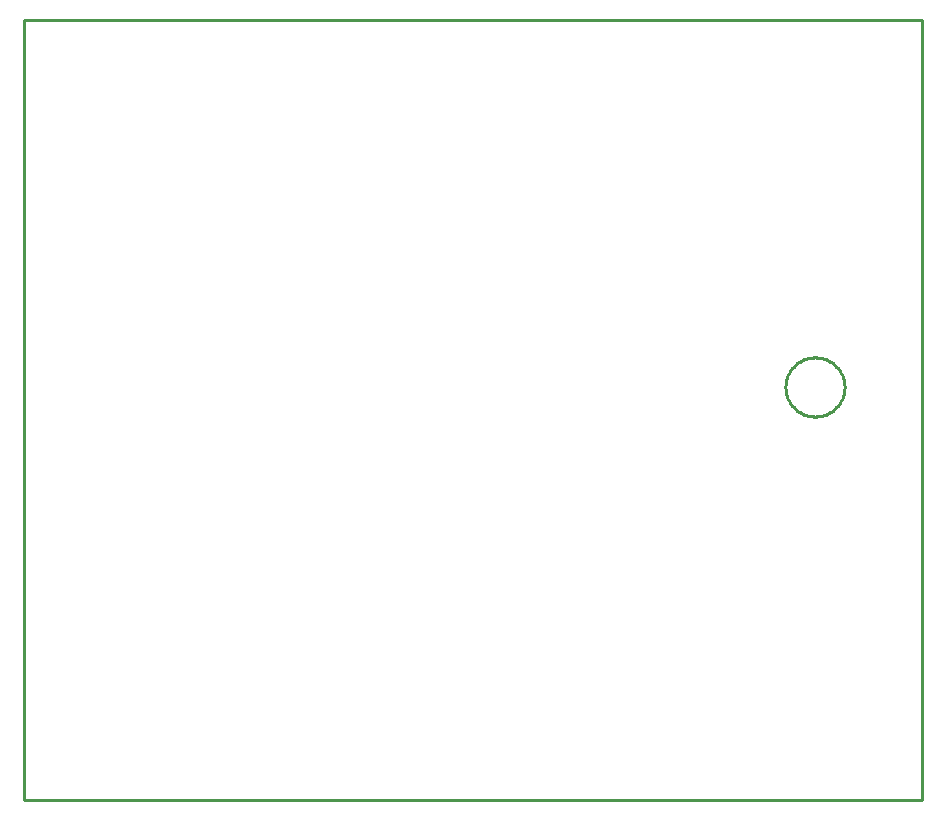
<source format=gbr>
G04 EAGLE Gerber RS-274X export*
G75*
%MOMM*%
%FSLAX34Y34*%
%LPD*%
%AMOC8*
5,1,8,0,0,1.08239X$1,22.5*%
G01*
%ADD10C,0.254000*%


D10*
X520000Y260000D02*
X1280000Y260000D01*
X1280000Y920000D01*
X520000Y920000D01*
X520000Y260000D01*
X1214700Y608899D02*
X1214621Y607498D01*
X1214464Y606104D01*
X1214229Y604721D01*
X1213917Y603353D01*
X1213529Y602005D01*
X1213065Y600681D01*
X1212529Y599385D01*
X1211920Y598121D01*
X1211241Y596893D01*
X1210495Y595705D01*
X1209683Y594561D01*
X1208808Y593464D01*
X1207874Y592418D01*
X1206882Y591426D01*
X1205836Y590492D01*
X1204739Y589617D01*
X1203595Y588805D01*
X1202407Y588059D01*
X1201179Y587380D01*
X1199915Y586771D01*
X1198619Y586235D01*
X1197295Y585771D01*
X1195947Y585383D01*
X1194579Y585071D01*
X1193196Y584836D01*
X1191802Y584679D01*
X1190401Y584600D01*
X1188999Y584600D01*
X1187598Y584679D01*
X1186204Y584836D01*
X1184821Y585071D01*
X1183453Y585383D01*
X1182105Y585771D01*
X1180781Y586235D01*
X1179485Y586771D01*
X1178221Y587380D01*
X1176993Y588059D01*
X1175805Y588805D01*
X1174661Y589617D01*
X1173564Y590492D01*
X1172518Y591426D01*
X1171526Y592418D01*
X1170592Y593464D01*
X1169717Y594561D01*
X1168905Y595705D01*
X1168159Y596893D01*
X1167480Y598121D01*
X1166871Y599385D01*
X1166335Y600681D01*
X1165871Y602005D01*
X1165483Y603353D01*
X1165171Y604721D01*
X1164936Y606104D01*
X1164779Y607498D01*
X1164700Y608899D01*
X1164700Y610301D01*
X1164779Y611702D01*
X1164936Y613096D01*
X1165171Y614479D01*
X1165483Y615847D01*
X1165871Y617195D01*
X1166335Y618519D01*
X1166871Y619815D01*
X1167480Y621079D01*
X1168159Y622307D01*
X1168905Y623495D01*
X1169717Y624639D01*
X1170592Y625736D01*
X1171526Y626782D01*
X1172518Y627774D01*
X1173564Y628708D01*
X1174661Y629583D01*
X1175805Y630395D01*
X1176993Y631141D01*
X1178221Y631820D01*
X1179485Y632429D01*
X1180781Y632965D01*
X1182105Y633429D01*
X1183453Y633817D01*
X1184821Y634129D01*
X1186204Y634364D01*
X1187598Y634521D01*
X1188999Y634600D01*
X1190401Y634600D01*
X1191802Y634521D01*
X1193196Y634364D01*
X1194579Y634129D01*
X1195947Y633817D01*
X1197295Y633429D01*
X1198619Y632965D01*
X1199915Y632429D01*
X1201179Y631820D01*
X1202407Y631141D01*
X1203595Y630395D01*
X1204739Y629583D01*
X1205836Y628708D01*
X1206882Y627774D01*
X1207874Y626782D01*
X1208808Y625736D01*
X1209683Y624639D01*
X1210495Y623495D01*
X1211241Y622307D01*
X1211920Y621079D01*
X1212529Y619815D01*
X1213065Y618519D01*
X1213529Y617195D01*
X1213917Y615847D01*
X1214229Y614479D01*
X1214464Y613096D01*
X1214621Y611702D01*
X1214700Y610301D01*
X1214700Y608899D01*
M02*

</source>
